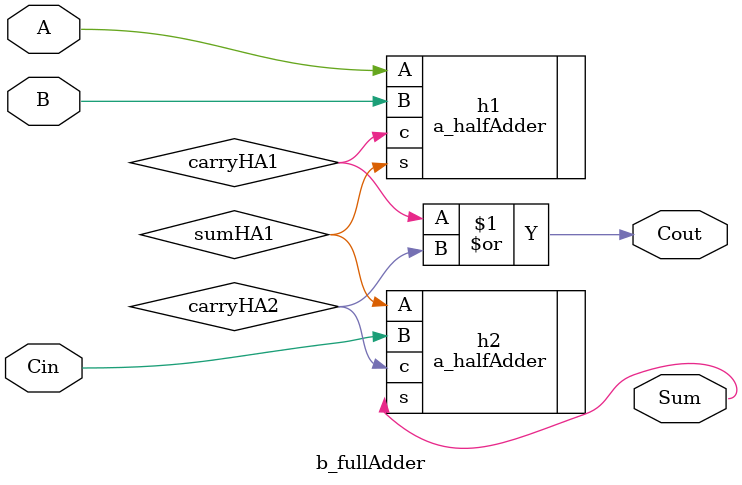
<source format=v>
`timescale 1ns / 1ps

module b_fullAdder(A, B,Cin,Cout,Sum);
input A,B,Cin;
output Cout,Sum;
wire sumHA1,carryHA1,carryHA2;
a_halfAdder h1(.A(A),.B(B),.s(sumHA1),.c(carryHA1));
a_halfAdder h2(.A(sumHA1),.B(Cin),.s(Sum),.c(carryHA2));
or(Cout,carryHA1,carryHA2); 

endmodule
</source>
